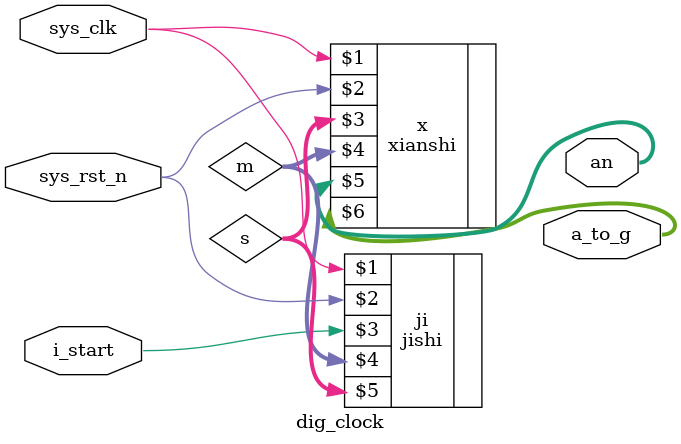
<source format=sv>
`timescale 1ns / 1ps

module dig_clock(
    input                   sys_clk,
    input                   sys_rst_n,
    input                   i_start,
    output logic [3 : 0]    an,
    output logic [7 : 0]    a_to_g
    );
    logic [7:0]bcd,m,s;
    jishi ji(sys_clk,sys_rst_n,i_start,m,s);
    xianshi x(sys_clk,sys_rst_n,s,m,an,a_to_g);
 
    
endmodule
</source>
